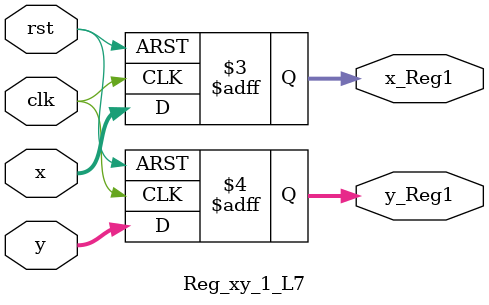
<source format=v>
module Reg_xy_1_L7(x_Reg1,y_Reg1,clk,rst,x,y);
output reg [4:0] x_Reg1,y_Reg1;
input clk,rst;
input [4:0] x,y;

always @ (posedge clk or negedge rst)
	begin
		if (!rst )begin 
			x_Reg1<=0; y_Reg1<=0;end
		else  begin
			x_Reg1<=x; y_Reg1<=y;end
	end

endmodule

</source>
